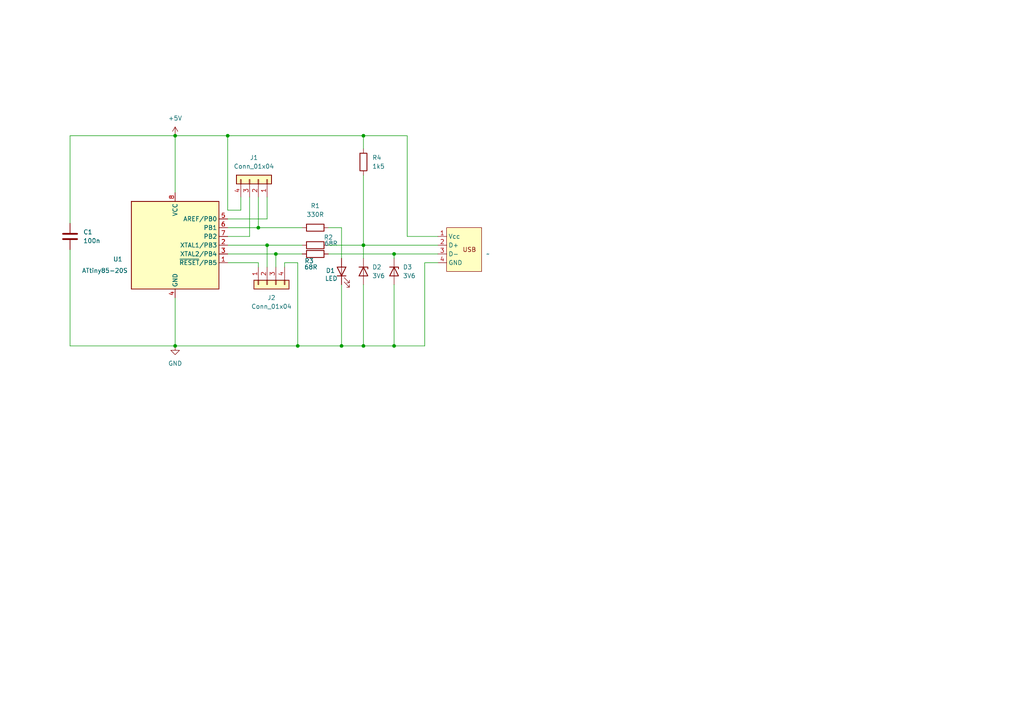
<source format=kicad_sch>
(kicad_sch
	(version 20231120)
	(generator "eeschema")
	(generator_version "8.0")
	(uuid "3d14bc42-825a-45cf-82a7-4f42eb39c364")
	(paper "A4")
	(lib_symbols
		(symbol "Connector_Generic:Conn_01x04"
			(pin_names
				(offset 1.016) hide)
			(exclude_from_sim no)
			(in_bom yes)
			(on_board yes)
			(property "Reference" "J"
				(at 0 5.08 0)
				(effects
					(font
						(size 1.27 1.27)
					)
				)
			)
			(property "Value" "Conn_01x04"
				(at 0 -7.62 0)
				(effects
					(font
						(size 1.27 1.27)
					)
				)
			)
			(property "Footprint" ""
				(at 0 0 0)
				(effects
					(font
						(size 1.27 1.27)
					)
					(hide yes)
				)
			)
			(property "Datasheet" "~"
				(at 0 0 0)
				(effects
					(font
						(size 1.27 1.27)
					)
					(hide yes)
				)
			)
			(property "Description" "Generic connector, single row, 01x04, script generated (kicad-library-utils/schlib/autogen/connector/)"
				(at 0 0 0)
				(effects
					(font
						(size 1.27 1.27)
					)
					(hide yes)
				)
			)
			(property "ki_keywords" "connector"
				(at 0 0 0)
				(effects
					(font
						(size 1.27 1.27)
					)
					(hide yes)
				)
			)
			(property "ki_fp_filters" "Connector*:*_1x??_*"
				(at 0 0 0)
				(effects
					(font
						(size 1.27 1.27)
					)
					(hide yes)
				)
			)
			(symbol "Conn_01x04_1_1"
				(rectangle
					(start -1.27 -4.953)
					(end 0 -5.207)
					(stroke
						(width 0.1524)
						(type default)
					)
					(fill
						(type none)
					)
				)
				(rectangle
					(start -1.27 -2.413)
					(end 0 -2.667)
					(stroke
						(width 0.1524)
						(type default)
					)
					(fill
						(type none)
					)
				)
				(rectangle
					(start -1.27 0.127)
					(end 0 -0.127)
					(stroke
						(width 0.1524)
						(type default)
					)
					(fill
						(type none)
					)
				)
				(rectangle
					(start -1.27 2.667)
					(end 0 2.413)
					(stroke
						(width 0.1524)
						(type default)
					)
					(fill
						(type none)
					)
				)
				(rectangle
					(start -1.27 3.81)
					(end 1.27 -6.35)
					(stroke
						(width 0.254)
						(type default)
					)
					(fill
						(type background)
					)
				)
				(pin passive line
					(at -5.08 2.54 0)
					(length 3.81)
					(name "Pin_1"
						(effects
							(font
								(size 1.27 1.27)
							)
						)
					)
					(number "1"
						(effects
							(font
								(size 1.27 1.27)
							)
						)
					)
				)
				(pin passive line
					(at -5.08 0 0)
					(length 3.81)
					(name "Pin_2"
						(effects
							(font
								(size 1.27 1.27)
							)
						)
					)
					(number "2"
						(effects
							(font
								(size 1.27 1.27)
							)
						)
					)
				)
				(pin passive line
					(at -5.08 -2.54 0)
					(length 3.81)
					(name "Pin_3"
						(effects
							(font
								(size 1.27 1.27)
							)
						)
					)
					(number "3"
						(effects
							(font
								(size 1.27 1.27)
							)
						)
					)
				)
				(pin passive line
					(at -5.08 -5.08 0)
					(length 3.81)
					(name "Pin_4"
						(effects
							(font
								(size 1.27 1.27)
							)
						)
					)
					(number "4"
						(effects
							(font
								(size 1.27 1.27)
							)
						)
					)
				)
			)
		)
		(symbol "Device:C"
			(pin_numbers hide)
			(pin_names
				(offset 0.254)
			)
			(exclude_from_sim no)
			(in_bom yes)
			(on_board yes)
			(property "Reference" "C"
				(at 0.635 2.54 0)
				(effects
					(font
						(size 1.27 1.27)
					)
					(justify left)
				)
			)
			(property "Value" "C"
				(at 0.635 -2.54 0)
				(effects
					(font
						(size 1.27 1.27)
					)
					(justify left)
				)
			)
			(property "Footprint" ""
				(at 0.9652 -3.81 0)
				(effects
					(font
						(size 1.27 1.27)
					)
					(hide yes)
				)
			)
			(property "Datasheet" "~"
				(at 0 0 0)
				(effects
					(font
						(size 1.27 1.27)
					)
					(hide yes)
				)
			)
			(property "Description" "Unpolarized capacitor"
				(at 0 0 0)
				(effects
					(font
						(size 1.27 1.27)
					)
					(hide yes)
				)
			)
			(property "ki_keywords" "cap capacitor"
				(at 0 0 0)
				(effects
					(font
						(size 1.27 1.27)
					)
					(hide yes)
				)
			)
			(property "ki_fp_filters" "C_*"
				(at 0 0 0)
				(effects
					(font
						(size 1.27 1.27)
					)
					(hide yes)
				)
			)
			(symbol "C_0_1"
				(polyline
					(pts
						(xy -2.032 -0.762) (xy 2.032 -0.762)
					)
					(stroke
						(width 0.508)
						(type default)
					)
					(fill
						(type none)
					)
				)
				(polyline
					(pts
						(xy -2.032 0.762) (xy 2.032 0.762)
					)
					(stroke
						(width 0.508)
						(type default)
					)
					(fill
						(type none)
					)
				)
			)
			(symbol "C_1_1"
				(pin passive line
					(at 0 3.81 270)
					(length 2.794)
					(name "~"
						(effects
							(font
								(size 1.27 1.27)
							)
						)
					)
					(number "1"
						(effects
							(font
								(size 1.27 1.27)
							)
						)
					)
				)
				(pin passive line
					(at 0 -3.81 90)
					(length 2.794)
					(name "~"
						(effects
							(font
								(size 1.27 1.27)
							)
						)
					)
					(number "2"
						(effects
							(font
								(size 1.27 1.27)
							)
						)
					)
				)
			)
		)
		(symbol "Device:D_Zener"
			(pin_numbers hide)
			(pin_names
				(offset 1.016) hide)
			(exclude_from_sim no)
			(in_bom yes)
			(on_board yes)
			(property "Reference" "D"
				(at 0 2.54 0)
				(effects
					(font
						(size 1.27 1.27)
					)
				)
			)
			(property "Value" "D_Zener"
				(at 0 -2.54 0)
				(effects
					(font
						(size 1.27 1.27)
					)
				)
			)
			(property "Footprint" ""
				(at 0 0 0)
				(effects
					(font
						(size 1.27 1.27)
					)
					(hide yes)
				)
			)
			(property "Datasheet" "~"
				(at 0 0 0)
				(effects
					(font
						(size 1.27 1.27)
					)
					(hide yes)
				)
			)
			(property "Description" "Zener diode"
				(at 0 0 0)
				(effects
					(font
						(size 1.27 1.27)
					)
					(hide yes)
				)
			)
			(property "ki_keywords" "diode"
				(at 0 0 0)
				(effects
					(font
						(size 1.27 1.27)
					)
					(hide yes)
				)
			)
			(property "ki_fp_filters" "TO-???* *_Diode_* *SingleDiode* D_*"
				(at 0 0 0)
				(effects
					(font
						(size 1.27 1.27)
					)
					(hide yes)
				)
			)
			(symbol "D_Zener_0_1"
				(polyline
					(pts
						(xy 1.27 0) (xy -1.27 0)
					)
					(stroke
						(width 0)
						(type default)
					)
					(fill
						(type none)
					)
				)
				(polyline
					(pts
						(xy -1.27 -1.27) (xy -1.27 1.27) (xy -0.762 1.27)
					)
					(stroke
						(width 0.254)
						(type default)
					)
					(fill
						(type none)
					)
				)
				(polyline
					(pts
						(xy 1.27 -1.27) (xy 1.27 1.27) (xy -1.27 0) (xy 1.27 -1.27)
					)
					(stroke
						(width 0.254)
						(type default)
					)
					(fill
						(type none)
					)
				)
			)
			(symbol "D_Zener_1_1"
				(pin passive line
					(at -3.81 0 0)
					(length 2.54)
					(name "K"
						(effects
							(font
								(size 1.27 1.27)
							)
						)
					)
					(number "1"
						(effects
							(font
								(size 1.27 1.27)
							)
						)
					)
				)
				(pin passive line
					(at 3.81 0 180)
					(length 2.54)
					(name "A"
						(effects
							(font
								(size 1.27 1.27)
							)
						)
					)
					(number "2"
						(effects
							(font
								(size 1.27 1.27)
							)
						)
					)
				)
			)
		)
		(symbol "Device:LED"
			(pin_numbers hide)
			(pin_names
				(offset 1.016) hide)
			(exclude_from_sim no)
			(in_bom yes)
			(on_board yes)
			(property "Reference" "D"
				(at 0 2.54 0)
				(effects
					(font
						(size 1.27 1.27)
					)
				)
			)
			(property "Value" "LED"
				(at 0 -2.54 0)
				(effects
					(font
						(size 1.27 1.27)
					)
				)
			)
			(property "Footprint" ""
				(at 0 0 0)
				(effects
					(font
						(size 1.27 1.27)
					)
					(hide yes)
				)
			)
			(property "Datasheet" "~"
				(at 0 0 0)
				(effects
					(font
						(size 1.27 1.27)
					)
					(hide yes)
				)
			)
			(property "Description" "Light emitting diode"
				(at 0 0 0)
				(effects
					(font
						(size 1.27 1.27)
					)
					(hide yes)
				)
			)
			(property "ki_keywords" "LED diode"
				(at 0 0 0)
				(effects
					(font
						(size 1.27 1.27)
					)
					(hide yes)
				)
			)
			(property "ki_fp_filters" "LED* LED_SMD:* LED_THT:*"
				(at 0 0 0)
				(effects
					(font
						(size 1.27 1.27)
					)
					(hide yes)
				)
			)
			(symbol "LED_0_1"
				(polyline
					(pts
						(xy -1.27 -1.27) (xy -1.27 1.27)
					)
					(stroke
						(width 0.254)
						(type default)
					)
					(fill
						(type none)
					)
				)
				(polyline
					(pts
						(xy -1.27 0) (xy 1.27 0)
					)
					(stroke
						(width 0)
						(type default)
					)
					(fill
						(type none)
					)
				)
				(polyline
					(pts
						(xy 1.27 -1.27) (xy 1.27 1.27) (xy -1.27 0) (xy 1.27 -1.27)
					)
					(stroke
						(width 0.254)
						(type default)
					)
					(fill
						(type none)
					)
				)
				(polyline
					(pts
						(xy -3.048 -0.762) (xy -4.572 -2.286) (xy -3.81 -2.286) (xy -4.572 -2.286) (xy -4.572 -1.524)
					)
					(stroke
						(width 0)
						(type default)
					)
					(fill
						(type none)
					)
				)
				(polyline
					(pts
						(xy -1.778 -0.762) (xy -3.302 -2.286) (xy -2.54 -2.286) (xy -3.302 -2.286) (xy -3.302 -1.524)
					)
					(stroke
						(width 0)
						(type default)
					)
					(fill
						(type none)
					)
				)
			)
			(symbol "LED_1_1"
				(pin passive line
					(at -3.81 0 0)
					(length 2.54)
					(name "K"
						(effects
							(font
								(size 1.27 1.27)
							)
						)
					)
					(number "1"
						(effects
							(font
								(size 1.27 1.27)
							)
						)
					)
				)
				(pin passive line
					(at 3.81 0 180)
					(length 2.54)
					(name "A"
						(effects
							(font
								(size 1.27 1.27)
							)
						)
					)
					(number "2"
						(effects
							(font
								(size 1.27 1.27)
							)
						)
					)
				)
			)
		)
		(symbol "Device:R"
			(pin_numbers hide)
			(pin_names
				(offset 0)
			)
			(exclude_from_sim no)
			(in_bom yes)
			(on_board yes)
			(property "Reference" "R"
				(at 2.032 0 90)
				(effects
					(font
						(size 1.27 1.27)
					)
				)
			)
			(property "Value" "R"
				(at 0 0 90)
				(effects
					(font
						(size 1.27 1.27)
					)
				)
			)
			(property "Footprint" ""
				(at -1.778 0 90)
				(effects
					(font
						(size 1.27 1.27)
					)
					(hide yes)
				)
			)
			(property "Datasheet" "~"
				(at 0 0 0)
				(effects
					(font
						(size 1.27 1.27)
					)
					(hide yes)
				)
			)
			(property "Description" "Resistor"
				(at 0 0 0)
				(effects
					(font
						(size 1.27 1.27)
					)
					(hide yes)
				)
			)
			(property "ki_keywords" "R res resistor"
				(at 0 0 0)
				(effects
					(font
						(size 1.27 1.27)
					)
					(hide yes)
				)
			)
			(property "ki_fp_filters" "R_*"
				(at 0 0 0)
				(effects
					(font
						(size 1.27 1.27)
					)
					(hide yes)
				)
			)
			(symbol "R_0_1"
				(rectangle
					(start -1.016 -2.54)
					(end 1.016 2.54)
					(stroke
						(width 0.254)
						(type default)
					)
					(fill
						(type none)
					)
				)
			)
			(symbol "R_1_1"
				(pin passive line
					(at 0 3.81 270)
					(length 1.27)
					(name "~"
						(effects
							(font
								(size 1.27 1.27)
							)
						)
					)
					(number "1"
						(effects
							(font
								(size 1.27 1.27)
							)
						)
					)
				)
				(pin passive line
					(at 0 -3.81 90)
					(length 1.27)
					(name "~"
						(effects
							(font
								(size 1.27 1.27)
							)
						)
					)
					(number "2"
						(effects
							(font
								(size 1.27 1.27)
							)
						)
					)
				)
			)
		)
		(symbol "MCU_Microchip_ATtiny:ATtiny85-20S"
			(exclude_from_sim no)
			(in_bom yes)
			(on_board yes)
			(property "Reference" "U"
				(at -12.7 13.97 0)
				(effects
					(font
						(size 1.27 1.27)
					)
					(justify left bottom)
				)
			)
			(property "Value" "ATtiny85-20S"
				(at 2.54 -13.97 0)
				(effects
					(font
						(size 1.27 1.27)
					)
					(justify left top)
				)
			)
			(property "Footprint" "Package_SO:SOIC-8W_5.3x5.3mm_P1.27mm"
				(at 0 0 0)
				(effects
					(font
						(size 1.27 1.27)
						(italic yes)
					)
					(hide yes)
				)
			)
			(property "Datasheet" "http://ww1.microchip.com/downloads/en/DeviceDoc/atmel-2586-avr-8-bit-microcontroller-attiny25-attiny45-attiny85_datasheet.pdf"
				(at 0 0 0)
				(effects
					(font
						(size 1.27 1.27)
					)
					(hide yes)
				)
			)
			(property "Description" "20MHz, 8kB Flash, 512B SRAM, 512B EEPROM, debugWIRE, SOIC-8W"
				(at 0 0 0)
				(effects
					(font
						(size 1.27 1.27)
					)
					(hide yes)
				)
			)
			(property "ki_keywords" "AVR 8bit Microcontroller tinyAVR"
				(at 0 0 0)
				(effects
					(font
						(size 1.27 1.27)
					)
					(hide yes)
				)
			)
			(property "ki_fp_filters" "SOIC*5.3x5.3mm*P1.27mm*"
				(at 0 0 0)
				(effects
					(font
						(size 1.27 1.27)
					)
					(hide yes)
				)
			)
			(symbol "ATtiny85-20S_0_1"
				(rectangle
					(start -12.7 -12.7)
					(end 12.7 12.7)
					(stroke
						(width 0.254)
						(type default)
					)
					(fill
						(type background)
					)
				)
			)
			(symbol "ATtiny85-20S_1_1"
				(pin bidirectional line
					(at 15.24 -5.08 180)
					(length 2.54)
					(name "~{RESET}/PB5"
						(effects
							(font
								(size 1.27 1.27)
							)
						)
					)
					(number "1"
						(effects
							(font
								(size 1.27 1.27)
							)
						)
					)
				)
				(pin bidirectional line
					(at 15.24 0 180)
					(length 2.54)
					(name "XTAL1/PB3"
						(effects
							(font
								(size 1.27 1.27)
							)
						)
					)
					(number "2"
						(effects
							(font
								(size 1.27 1.27)
							)
						)
					)
				)
				(pin bidirectional line
					(at 15.24 -2.54 180)
					(length 2.54)
					(name "XTAL2/PB4"
						(effects
							(font
								(size 1.27 1.27)
							)
						)
					)
					(number "3"
						(effects
							(font
								(size 1.27 1.27)
							)
						)
					)
				)
				(pin power_in line
					(at 0 -15.24 90)
					(length 2.54)
					(name "GND"
						(effects
							(font
								(size 1.27 1.27)
							)
						)
					)
					(number "4"
						(effects
							(font
								(size 1.27 1.27)
							)
						)
					)
				)
				(pin bidirectional line
					(at 15.24 7.62 180)
					(length 2.54)
					(name "AREF/PB0"
						(effects
							(font
								(size 1.27 1.27)
							)
						)
					)
					(number "5"
						(effects
							(font
								(size 1.27 1.27)
							)
						)
					)
				)
				(pin bidirectional line
					(at 15.24 5.08 180)
					(length 2.54)
					(name "PB1"
						(effects
							(font
								(size 1.27 1.27)
							)
						)
					)
					(number "6"
						(effects
							(font
								(size 1.27 1.27)
							)
						)
					)
				)
				(pin bidirectional line
					(at 15.24 2.54 180)
					(length 2.54)
					(name "PB2"
						(effects
							(font
								(size 1.27 1.27)
							)
						)
					)
					(number "7"
						(effects
							(font
								(size 1.27 1.27)
							)
						)
					)
				)
				(pin power_in line
					(at 0 15.24 270)
					(length 2.54)
					(name "VCC"
						(effects
							(font
								(size 1.27 1.27)
							)
						)
					)
					(number "8"
						(effects
							(font
								(size 1.27 1.27)
							)
						)
					)
				)
			)
		)
		(symbol "New_Library_attiny:PCB_USB_connector"
			(exclude_from_sim no)
			(in_bom yes)
			(on_board yes)
			(property "Reference" "U"
				(at 0 0 0)
				(effects
					(font
						(size 1.27 1.27)
					)
				)
			)
			(property "Value" ""
				(at 0 0 0)
				(effects
					(font
						(size 1.27 1.27)
					)
				)
			)
			(property "Footprint" ""
				(at 0 0 0)
				(effects
					(font
						(size 1.27 1.27)
					)
					(hide yes)
				)
			)
			(property "Datasheet" ""
				(at 0 0 0)
				(effects
					(font
						(size 1.27 1.27)
					)
					(hide yes)
				)
			)
			(property "Description" ""
				(at 0 0 0)
				(effects
					(font
						(size 1.27 1.27)
					)
					(hide yes)
				)
			)
			(symbol "PCB_USB_connector_1_1"
				(rectangle
					(start 2.54 6.35)
					(end 12.7 -6.35)
					(stroke
						(width 0)
						(type default)
					)
					(fill
						(type background)
					)
				)
				(text "USB"
					(at 9.144 0 0)
					(effects
						(font
							(size 1.27 1.27)
						)
					)
				)
				(pin power_in line
					(at 0 3.81 0)
					(length 2.54)
					(name "Vcc"
						(effects
							(font
								(size 1.27 1.27)
							)
						)
					)
					(number "1"
						(effects
							(font
								(size 1.27 1.27)
							)
						)
					)
				)
				(pin bidirectional line
					(at 0 1.27 0)
					(length 2.54)
					(name "D+"
						(effects
							(font
								(size 1.27 1.27)
							)
						)
					)
					(number "2"
						(effects
							(font
								(size 1.27 1.27)
							)
						)
					)
				)
				(pin bidirectional line
					(at 0 -1.27 0)
					(length 2.54)
					(name "D-"
						(effects
							(font
								(size 1.27 1.27)
							)
						)
					)
					(number "3"
						(effects
							(font
								(size 1.27 1.27)
							)
						)
					)
				)
				(pin power_in line
					(at 0 -3.81 0)
					(length 2.54)
					(name "GND"
						(effects
							(font
								(size 1.27 1.27)
							)
						)
					)
					(number "4"
						(effects
							(font
								(size 1.27 1.27)
							)
						)
					)
				)
			)
		)
		(symbol "power:+5V"
			(power)
			(pin_numbers hide)
			(pin_names
				(offset 0) hide)
			(exclude_from_sim no)
			(in_bom yes)
			(on_board yes)
			(property "Reference" "#PWR"
				(at 0 -3.81 0)
				(effects
					(font
						(size 1.27 1.27)
					)
					(hide yes)
				)
			)
			(property "Value" "+5V"
				(at 0 3.556 0)
				(effects
					(font
						(size 1.27 1.27)
					)
				)
			)
			(property "Footprint" ""
				(at 0 0 0)
				(effects
					(font
						(size 1.27 1.27)
					)
					(hide yes)
				)
			)
			(property "Datasheet" ""
				(at 0 0 0)
				(effects
					(font
						(size 1.27 1.27)
					)
					(hide yes)
				)
			)
			(property "Description" "Power symbol creates a global label with name \"+5V\""
				(at 0 0 0)
				(effects
					(font
						(size 1.27 1.27)
					)
					(hide yes)
				)
			)
			(property "ki_keywords" "global power"
				(at 0 0 0)
				(effects
					(font
						(size 1.27 1.27)
					)
					(hide yes)
				)
			)
			(symbol "+5V_0_1"
				(polyline
					(pts
						(xy -0.762 1.27) (xy 0 2.54)
					)
					(stroke
						(width 0)
						(type default)
					)
					(fill
						(type none)
					)
				)
				(polyline
					(pts
						(xy 0 0) (xy 0 2.54)
					)
					(stroke
						(width 0)
						(type default)
					)
					(fill
						(type none)
					)
				)
				(polyline
					(pts
						(xy 0 2.54) (xy 0.762 1.27)
					)
					(stroke
						(width 0)
						(type default)
					)
					(fill
						(type none)
					)
				)
			)
			(symbol "+5V_1_1"
				(pin power_in line
					(at 0 0 90)
					(length 0)
					(name "~"
						(effects
							(font
								(size 1.27 1.27)
							)
						)
					)
					(number "1"
						(effects
							(font
								(size 1.27 1.27)
							)
						)
					)
				)
			)
		)
		(symbol "power:GND"
			(power)
			(pin_numbers hide)
			(pin_names
				(offset 0) hide)
			(exclude_from_sim no)
			(in_bom yes)
			(on_board yes)
			(property "Reference" "#PWR"
				(at 0 -6.35 0)
				(effects
					(font
						(size 1.27 1.27)
					)
					(hide yes)
				)
			)
			(property "Value" "GND"
				(at 0 -3.81 0)
				(effects
					(font
						(size 1.27 1.27)
					)
				)
			)
			(property "Footprint" ""
				(at 0 0 0)
				(effects
					(font
						(size 1.27 1.27)
					)
					(hide yes)
				)
			)
			(property "Datasheet" ""
				(at 0 0 0)
				(effects
					(font
						(size 1.27 1.27)
					)
					(hide yes)
				)
			)
			(property "Description" "Power symbol creates a global label with name \"GND\" , ground"
				(at 0 0 0)
				(effects
					(font
						(size 1.27 1.27)
					)
					(hide yes)
				)
			)
			(property "ki_keywords" "global power"
				(at 0 0 0)
				(effects
					(font
						(size 1.27 1.27)
					)
					(hide yes)
				)
			)
			(symbol "GND_0_1"
				(polyline
					(pts
						(xy 0 0) (xy 0 -1.27) (xy 1.27 -1.27) (xy 0 -2.54) (xy -1.27 -1.27) (xy 0 -1.27)
					)
					(stroke
						(width 0)
						(type default)
					)
					(fill
						(type none)
					)
				)
			)
			(symbol "GND_1_1"
				(pin power_in line
					(at 0 0 270)
					(length 0)
					(name "~"
						(effects
							(font
								(size 1.27 1.27)
							)
						)
					)
					(number "1"
						(effects
							(font
								(size 1.27 1.27)
							)
						)
					)
				)
			)
		)
	)
	(junction
		(at 105.41 100.33)
		(diameter 0)
		(color 0 0 0 0)
		(uuid "03d03057-3469-4cb0-a67a-76a8b14d8c78")
	)
	(junction
		(at 105.41 71.12)
		(diameter 0)
		(color 0 0 0 0)
		(uuid "1e309267-6ca7-4b0e-be40-1a99e4add659")
	)
	(junction
		(at 114.3 100.33)
		(diameter 0)
		(color 0 0 0 0)
		(uuid "24e88731-da8b-4af3-83df-2231ee444b4c")
	)
	(junction
		(at 74.93 66.04)
		(diameter 0)
		(color 0 0 0 0)
		(uuid "42faa7a5-f016-4e4a-b3f2-dd0897651d59")
	)
	(junction
		(at 77.47 71.12)
		(diameter 0)
		(color 0 0 0 0)
		(uuid "44283d22-e1f7-4025-8010-fc8ceac29a28")
	)
	(junction
		(at 114.3 73.66)
		(diameter 0)
		(color 0 0 0 0)
		(uuid "4a2387cb-8e46-4d71-aee7-3e5aec0c0b4d")
	)
	(junction
		(at 50.8 39.37)
		(diameter 0)
		(color 0 0 0 0)
		(uuid "4db9a8d1-a89c-4a95-8c81-e060d62b77f0")
	)
	(junction
		(at 105.41 39.37)
		(diameter 0)
		(color 0 0 0 0)
		(uuid "4e9abe2b-5606-428d-9483-a51decc5790f")
	)
	(junction
		(at 80.01 73.66)
		(diameter 0)
		(color 0 0 0 0)
		(uuid "5a6b27b4-549c-43d8-b30b-60fd52b03339")
	)
	(junction
		(at 66.04 39.37)
		(diameter 0)
		(color 0 0 0 0)
		(uuid "a3acf59e-27bc-40aa-882c-4a705c791a19")
	)
	(junction
		(at 50.8 100.33)
		(diameter 0)
		(color 0 0 0 0)
		(uuid "d0dadd2f-df11-416c-a9f8-926935f745fe")
	)
	(junction
		(at 99.06 100.33)
		(diameter 0)
		(color 0 0 0 0)
		(uuid "d4fb1126-f072-4e35-991e-79481757245f")
	)
	(junction
		(at 86.36 100.33)
		(diameter 0)
		(color 0 0 0 0)
		(uuid "fc116e02-b739-426a-8a88-368085c9abaa")
	)
	(wire
		(pts
			(xy 82.55 76.2) (xy 86.36 76.2)
		)
		(stroke
			(width 0)
			(type default)
		)
		(uuid "01bcc852-b5e3-4e3a-95a5-2b1ddbebac1d")
	)
	(wire
		(pts
			(xy 105.41 50.8) (xy 105.41 71.12)
		)
		(stroke
			(width 0)
			(type default)
		)
		(uuid "023b83de-d6cb-4155-8ad3-b15c3d129781")
	)
	(wire
		(pts
			(xy 50.8 100.33) (xy 86.36 100.33)
		)
		(stroke
			(width 0)
			(type default)
		)
		(uuid "032e3e0f-0792-4bec-bf17-46d97351555a")
	)
	(wire
		(pts
			(xy 66.04 60.96) (xy 66.04 39.37)
		)
		(stroke
			(width 0)
			(type default)
		)
		(uuid "03c87e93-f9e9-4930-be26-6bb7f3f66e8b")
	)
	(wire
		(pts
			(xy 80.01 73.66) (xy 80.01 77.47)
		)
		(stroke
			(width 0)
			(type default)
		)
		(uuid "0f83c73b-9ea0-4eb2-8554-ac655662a152")
	)
	(wire
		(pts
			(xy 77.47 71.12) (xy 77.47 77.47)
		)
		(stroke
			(width 0)
			(type default)
		)
		(uuid "10c04719-deac-4ad8-8b52-1fc4a5e8d547")
	)
	(wire
		(pts
			(xy 105.41 71.12) (xy 105.41 74.93)
		)
		(stroke
			(width 0)
			(type default)
		)
		(uuid "1653a583-c101-45e1-8f31-e83496da2aa4")
	)
	(wire
		(pts
			(xy 66.04 63.5) (xy 77.47 63.5)
		)
		(stroke
			(width 0)
			(type default)
		)
		(uuid "17a94ff2-1316-4afc-af33-bbf0b9bb6206")
	)
	(wire
		(pts
			(xy 105.41 82.55) (xy 105.41 100.33)
		)
		(stroke
			(width 0)
			(type default)
		)
		(uuid "191d33d6-2fed-4d46-b048-374524147f84")
	)
	(wire
		(pts
			(xy 95.25 66.04) (xy 99.06 66.04)
		)
		(stroke
			(width 0)
			(type default)
		)
		(uuid "1982bd5e-2df5-4beb-bbda-696194ba66bd")
	)
	(wire
		(pts
			(xy 77.47 71.12) (xy 87.63 71.12)
		)
		(stroke
			(width 0)
			(type default)
		)
		(uuid "22faa5e8-ad69-44f5-9603-be220fe01ac8")
	)
	(wire
		(pts
			(xy 95.25 71.12) (xy 105.41 71.12)
		)
		(stroke
			(width 0)
			(type default)
		)
		(uuid "25a22422-73ab-4993-807c-f0cb033194c0")
	)
	(wire
		(pts
			(xy 114.3 73.66) (xy 127 73.66)
		)
		(stroke
			(width 0)
			(type default)
		)
		(uuid "2d9cbf98-858f-4bfa-b46a-463723c8a485")
	)
	(wire
		(pts
			(xy 20.32 72.39) (xy 20.32 100.33)
		)
		(stroke
			(width 0)
			(type default)
		)
		(uuid "33389fa5-e4ca-4a96-8424-f72f3f555004")
	)
	(wire
		(pts
			(xy 50.8 39.37) (xy 66.04 39.37)
		)
		(stroke
			(width 0)
			(type default)
		)
		(uuid "357d66e6-cc82-46d3-b66b-5f77babfa37b")
	)
	(wire
		(pts
			(xy 95.25 73.66) (xy 114.3 73.66)
		)
		(stroke
			(width 0)
			(type default)
		)
		(uuid "38e387e5-1102-4eb9-9e04-4d4542a5724a")
	)
	(wire
		(pts
			(xy 66.04 39.37) (xy 105.41 39.37)
		)
		(stroke
			(width 0)
			(type default)
		)
		(uuid "39e0dcc2-a3d4-4ec7-87b2-ca2ff77b6a93")
	)
	(wire
		(pts
			(xy 114.3 100.33) (xy 114.3 82.55)
		)
		(stroke
			(width 0)
			(type default)
		)
		(uuid "52b8829d-b21d-45e2-9d7a-6bf243416519")
	)
	(wire
		(pts
			(xy 20.32 100.33) (xy 50.8 100.33)
		)
		(stroke
			(width 0)
			(type default)
		)
		(uuid "5393cb7b-8b13-4e0e-bfd0-2c717bf17837")
	)
	(wire
		(pts
			(xy 50.8 39.37) (xy 50.8 55.88)
		)
		(stroke
			(width 0)
			(type default)
		)
		(uuid "591c1aa0-0fc5-469e-b4d4-a0ccbc76772e")
	)
	(wire
		(pts
			(xy 82.55 77.47) (xy 82.55 76.2)
		)
		(stroke
			(width 0)
			(type default)
		)
		(uuid "65ab4985-f8cc-42ff-b2a5-c5683e10db6f")
	)
	(wire
		(pts
			(xy 74.93 76.2) (xy 74.93 77.47)
		)
		(stroke
			(width 0)
			(type default)
		)
		(uuid "6fae6272-ff79-463d-a3e8-b5a5bbece44c")
	)
	(wire
		(pts
			(xy 66.04 71.12) (xy 77.47 71.12)
		)
		(stroke
			(width 0)
			(type default)
		)
		(uuid "7c1870e0-9ba3-4f1c-b0ae-eb54a14025c9")
	)
	(wire
		(pts
			(xy 99.06 82.55) (xy 99.06 100.33)
		)
		(stroke
			(width 0)
			(type default)
		)
		(uuid "7dc078c5-6ca3-45a2-b979-a164457d27ff")
	)
	(wire
		(pts
			(xy 105.41 71.12) (xy 127 71.12)
		)
		(stroke
			(width 0)
			(type default)
		)
		(uuid "85d033c9-e15e-463f-b315-3d4633a10cc1")
	)
	(wire
		(pts
			(xy 99.06 66.04) (xy 99.06 74.93)
		)
		(stroke
			(width 0)
			(type default)
		)
		(uuid "89279ae2-2761-4a64-9553-4e1461538a4f")
	)
	(wire
		(pts
			(xy 123.19 76.2) (xy 123.19 100.33)
		)
		(stroke
			(width 0)
			(type default)
		)
		(uuid "908a692c-3196-4d8e-88ea-3e22cd6c49c1")
	)
	(wire
		(pts
			(xy 66.04 73.66) (xy 80.01 73.66)
		)
		(stroke
			(width 0)
			(type default)
		)
		(uuid "951568b5-51f4-4b98-a8e0-4258e80f3c75")
	)
	(wire
		(pts
			(xy 20.32 64.77) (xy 20.32 39.37)
		)
		(stroke
			(width 0)
			(type default)
		)
		(uuid "a4a3ebf3-1b85-4dfe-9b98-3284ed66a836")
	)
	(wire
		(pts
			(xy 72.39 68.58) (xy 66.04 68.58)
		)
		(stroke
			(width 0)
			(type default)
		)
		(uuid "ad84b5e4-8bf5-4b4b-8982-15d09ebbb7bd")
	)
	(wire
		(pts
			(xy 118.11 68.58) (xy 118.11 39.37)
		)
		(stroke
			(width 0)
			(type default)
		)
		(uuid "b5b60c6c-d269-48df-b152-979bfeeba1b7")
	)
	(wire
		(pts
			(xy 74.93 66.04) (xy 87.63 66.04)
		)
		(stroke
			(width 0)
			(type default)
		)
		(uuid "bd90a563-0368-4f6e-89de-6ea810563e84")
	)
	(wire
		(pts
			(xy 118.11 39.37) (xy 105.41 39.37)
		)
		(stroke
			(width 0)
			(type default)
		)
		(uuid "c7898b09-e46e-4c59-a7e4-b5d83e005d11")
	)
	(wire
		(pts
			(xy 99.06 100.33) (xy 105.41 100.33)
		)
		(stroke
			(width 0)
			(type default)
		)
		(uuid "ca2b24c7-ac68-4351-9165-57838ae19e13")
	)
	(wire
		(pts
			(xy 86.36 100.33) (xy 99.06 100.33)
		)
		(stroke
			(width 0)
			(type default)
		)
		(uuid "d4715020-4df5-4b48-b34b-97fd17f95e45")
	)
	(wire
		(pts
			(xy 105.41 100.33) (xy 114.3 100.33)
		)
		(stroke
			(width 0)
			(type default)
		)
		(uuid "d57acf8a-ae58-4f95-9e10-1916106eda1a")
	)
	(wire
		(pts
			(xy 77.47 63.5) (xy 77.47 57.15)
		)
		(stroke
			(width 0)
			(type default)
		)
		(uuid "d6a8d6ce-c2b2-4793-9b88-ecfbfd740f37")
	)
	(wire
		(pts
			(xy 86.36 76.2) (xy 86.36 100.33)
		)
		(stroke
			(width 0)
			(type default)
		)
		(uuid "d7264c21-c540-4b5f-9db2-2638cb983dc0")
	)
	(wire
		(pts
			(xy 127 68.58) (xy 118.11 68.58)
		)
		(stroke
			(width 0)
			(type default)
		)
		(uuid "d94422ed-1ebe-4707-92c9-4d51520bc02b")
	)
	(wire
		(pts
			(xy 69.85 60.96) (xy 66.04 60.96)
		)
		(stroke
			(width 0)
			(type default)
		)
		(uuid "dc8f3b5b-45ea-43f2-a4a6-171bcf032304")
	)
	(wire
		(pts
			(xy 66.04 66.04) (xy 74.93 66.04)
		)
		(stroke
			(width 0)
			(type default)
		)
		(uuid "e23d6c9e-a126-4275-b2c1-f776917742e0")
	)
	(wire
		(pts
			(xy 80.01 73.66) (xy 87.63 73.66)
		)
		(stroke
			(width 0)
			(type default)
		)
		(uuid "e639c650-8979-440b-8fc1-177987285cdb")
	)
	(wire
		(pts
			(xy 105.41 39.37) (xy 105.41 43.18)
		)
		(stroke
			(width 0)
			(type default)
		)
		(uuid "e646f8d7-e036-4573-b0c9-37d4b00b3d18")
	)
	(wire
		(pts
			(xy 123.19 100.33) (xy 114.3 100.33)
		)
		(stroke
			(width 0)
			(type default)
		)
		(uuid "e686924c-265d-41c6-b3b0-6405a4ef2c1b")
	)
	(wire
		(pts
			(xy 114.3 73.66) (xy 114.3 74.93)
		)
		(stroke
			(width 0)
			(type default)
		)
		(uuid "e714cf89-83a0-4a96-b64f-41281c66aba4")
	)
	(wire
		(pts
			(xy 74.93 57.15) (xy 74.93 66.04)
		)
		(stroke
			(width 0)
			(type default)
		)
		(uuid "e7874923-3b05-4fb8-a90e-99f897f35ff4")
	)
	(wire
		(pts
			(xy 50.8 86.36) (xy 50.8 100.33)
		)
		(stroke
			(width 0)
			(type default)
		)
		(uuid "eb6b81fc-8c41-470f-bada-5793271be308")
	)
	(wire
		(pts
			(xy 20.32 39.37) (xy 50.8 39.37)
		)
		(stroke
			(width 0)
			(type default)
		)
		(uuid "f31a50ec-d3ad-4ef2-a35d-5124337b9586")
	)
	(wire
		(pts
			(xy 69.85 57.15) (xy 69.85 60.96)
		)
		(stroke
			(width 0)
			(type default)
		)
		(uuid "f467018c-0208-4dfd-af0b-2e48fe3c98a7")
	)
	(wire
		(pts
			(xy 127 76.2) (xy 123.19 76.2)
		)
		(stroke
			(width 0)
			(type default)
		)
		(uuid "fcf6c7d8-8cac-44c7-85e3-93557c26e32a")
	)
	(wire
		(pts
			(xy 72.39 57.15) (xy 72.39 68.58)
		)
		(stroke
			(width 0)
			(type default)
		)
		(uuid "fd53c97a-5471-4adf-8f55-26679b57d9ac")
	)
	(wire
		(pts
			(xy 66.04 76.2) (xy 74.93 76.2)
		)
		(stroke
			(width 0)
			(type default)
		)
		(uuid "ff50e163-1352-4c16-b25f-ca55de0d9a66")
	)
	(symbol
		(lib_id "power:GND")
		(at 50.8 100.33 0)
		(unit 1)
		(exclude_from_sim no)
		(in_bom yes)
		(on_board yes)
		(dnp no)
		(fields_autoplaced yes)
		(uuid "0a1eab49-4151-47d6-b61c-1a3f1ba3565a")
		(property "Reference" "#PWR0102"
			(at 50.8 106.68 0)
			(effects
				(font
					(size 1.27 1.27)
				)
				(hide yes)
			)
		)
		(property "Value" "GND"
			(at 50.8 105.41 0)
			(effects
				(font
					(size 1.27 1.27)
				)
			)
		)
		(property "Footprint" ""
			(at 50.8 100.33 0)
			(effects
				(font
					(size 1.27 1.27)
				)
				(hide yes)
			)
		)
		(property "Datasheet" ""
			(at 50.8 100.33 0)
			(effects
				(font
					(size 1.27 1.27)
				)
				(hide yes)
			)
		)
		(property "Description" "Power symbol creates a global label with name \"GND\" , ground"
			(at 50.8 100.33 0)
			(effects
				(font
					(size 1.27 1.27)
				)
				(hide yes)
			)
		)
		(pin "1"
			(uuid "e55d982e-585a-46f6-8288-0574e40ddc38")
		)
		(instances
			(project ""
				(path "/3d14bc42-825a-45cf-82a7-4f42eb39c364"
					(reference "#PWR0102")
					(unit 1)
				)
			)
		)
	)
	(symbol
		(lib_id "Device:R")
		(at 91.44 73.66 270)
		(unit 1)
		(exclude_from_sim no)
		(in_bom yes)
		(on_board yes)
		(dnp no)
		(uuid "185e4d11-a7ba-4b58-af48-82b5393d7719")
		(property "Reference" "R3"
			(at 89.662 75.692 90)
			(effects
				(font
					(size 1.27 1.27)
				)
			)
		)
		(property "Value" "68R"
			(at 90.17 77.47 90)
			(effects
				(font
					(size 1.27 1.27)
				)
			)
		)
		(property "Footprint" "Resistor_SMD:R_0805_2012Metric_Pad1.20x1.40mm_HandSolder"
			(at 91.44 71.882 90)
			(effects
				(font
					(size 1.27 1.27)
				)
				(hide yes)
			)
		)
		(property "Datasheet" "~"
			(at 91.44 73.66 0)
			(effects
				(font
					(size 1.27 1.27)
				)
				(hide yes)
			)
		)
		(property "Description" "Resistor"
			(at 91.44 73.66 0)
			(effects
				(font
					(size 1.27 1.27)
				)
				(hide yes)
			)
		)
		(pin "2"
			(uuid "16bd2432-750a-4704-a85f-4f634bbfc232")
		)
		(pin "1"
			(uuid "df9ecd69-1f55-4140-bc3d-640841d8196d")
		)
		(instances
			(project ""
				(path "/3d14bc42-825a-45cf-82a7-4f42eb39c364"
					(reference "R3")
					(unit 1)
				)
			)
		)
	)
	(symbol
		(lib_id "Device:D_Zener")
		(at 105.41 78.74 270)
		(unit 1)
		(exclude_from_sim no)
		(in_bom yes)
		(on_board yes)
		(dnp no)
		(fields_autoplaced yes)
		(uuid "24f7e941-d561-4b4b-a96a-eb64d79f3487")
		(property "Reference" "D2"
			(at 107.95 77.4699 90)
			(effects
				(font
					(size 1.27 1.27)
				)
				(justify left)
			)
		)
		(property "Value" "3V6"
			(at 107.95 80.0099 90)
			(effects
				(font
					(size 1.27 1.27)
				)
				(justify left)
			)
		)
		(property "Footprint" "Diode_SMD:D_SOD-123"
			(at 105.41 78.74 0)
			(effects
				(font
					(size 1.27 1.27)
				)
				(hide yes)
			)
		)
		(property "Datasheet" "~"
			(at 105.41 78.74 0)
			(effects
				(font
					(size 1.27 1.27)
				)
				(hide yes)
			)
		)
		(property "Description" "Zener diode"
			(at 105.41 78.74 0)
			(effects
				(font
					(size 1.27 1.27)
				)
				(hide yes)
			)
		)
		(pin "2"
			(uuid "f48bc8fb-4262-45fa-8b51-3b8582ee9b08")
		)
		(pin "1"
			(uuid "3184691b-3c70-4077-ac85-d07edf413039")
		)
		(instances
			(project ""
				(path "/3d14bc42-825a-45cf-82a7-4f42eb39c364"
					(reference "D2")
					(unit 1)
				)
			)
		)
	)
	(symbol
		(lib_id "Device:LED")
		(at 99.06 78.74 90)
		(unit 1)
		(exclude_from_sim no)
		(in_bom yes)
		(on_board yes)
		(dnp no)
		(uuid "344e0d25-1de8-4238-a562-447aaf79f37e")
		(property "Reference" "D1"
			(at 94.488 78.486 90)
			(effects
				(font
					(size 1.27 1.27)
				)
				(justify right)
			)
		)
		(property "Value" "LED"
			(at 94.234 80.772 90)
			(effects
				(font
					(size 1.27 1.27)
				)
				(justify right)
			)
		)
		(property "Footprint" "aTTINY_library footprint:PCB_USB_connector"
			(at 99.06 78.74 0)
			(effects
				(font
					(size 1.27 1.27)
				)
				(hide yes)
			)
		)
		(property "Datasheet" "~"
			(at 99.06 78.74 0)
			(effects
				(font
					(size 1.27 1.27)
				)
				(hide yes)
			)
		)
		(property "Description" "Light emitting diode"
			(at 99.06 78.74 0)
			(effects
				(font
					(size 1.27 1.27)
				)
				(hide yes)
			)
		)
		(pin "1"
			(uuid "032f3fc9-f698-4fae-8cf8-ac4a2bd32bd3")
		)
		(pin "2"
			(uuid "5bde1a9c-69db-4920-938b-8e33784f33dc")
		)
		(instances
			(project ""
				(path "/3d14bc42-825a-45cf-82a7-4f42eb39c364"
					(reference "D1")
					(unit 1)
				)
			)
		)
	)
	(symbol
		(lib_id "Device:R")
		(at 91.44 71.12 270)
		(unit 1)
		(exclude_from_sim no)
		(in_bom yes)
		(on_board yes)
		(dnp no)
		(uuid "3db2cb93-d503-4e6d-8f8f-f3b572dcce74")
		(property "Reference" "R2"
			(at 95.25 68.834 90)
			(effects
				(font
					(size 1.27 1.27)
				)
			)
		)
		(property "Value" "68R"
			(at 96.012 70.612 90)
			(effects
				(font
					(size 1.27 1.27)
				)
			)
		)
		(property "Footprint" "Resistor_SMD:R_0805_2012Metric_Pad1.20x1.40mm_HandSolder"
			(at 91.44 69.342 90)
			(effects
				(font
					(size 1.27 1.27)
				)
				(hide yes)
			)
		)
		(property "Datasheet" "~"
			(at 91.44 71.12 0)
			(effects
				(font
					(size 1.27 1.27)
				)
				(hide yes)
			)
		)
		(property "Description" "Resistor"
			(at 91.44 71.12 0)
			(effects
				(font
					(size 1.27 1.27)
				)
				(hide yes)
			)
		)
		(pin "2"
			(uuid "d57960ff-9693-49f8-8b76-0fe23549aa8b")
		)
		(pin "1"
			(uuid "b4ccfaf6-3b92-4ee6-a524-6fca0bb57f78")
		)
		(instances
			(project "Attiny85_USB"
				(path "/3d14bc42-825a-45cf-82a7-4f42eb39c364"
					(reference "R2")
					(unit 1)
				)
			)
		)
	)
	(symbol
		(lib_id "Device:C")
		(at 20.32 68.58 0)
		(unit 1)
		(exclude_from_sim no)
		(in_bom yes)
		(on_board yes)
		(dnp no)
		(fields_autoplaced yes)
		(uuid "47836a81-da00-4c19-aca1-ef75fefc5b48")
		(property "Reference" "C1"
			(at 24.13 67.3099 0)
			(effects
				(font
					(size 1.27 1.27)
				)
				(justify left)
			)
		)
		(property "Value" "100n"
			(at 24.13 69.8499 0)
			(effects
				(font
					(size 1.27 1.27)
				)
				(justify left)
			)
		)
		(property "Footprint" "Capacitor_Tantalum_SMD:CP_EIA-3216-18_Kemet-A_Pad1.58x1.35mm_HandSolder"
			(at 21.2852 72.39 0)
			(effects
				(font
					(size 1.27 1.27)
				)
				(hide yes)
			)
		)
		(property "Datasheet" "~"
			(at 20.32 68.58 0)
			(effects
				(font
					(size 1.27 1.27)
				)
				(hide yes)
			)
		)
		(property "Description" "Unpolarized capacitor"
			(at 20.32 68.58 0)
			(effects
				(font
					(size 1.27 1.27)
				)
				(hide yes)
			)
		)
		(pin "2"
			(uuid "e89153e8-b259-4f7e-a507-b17287f99895")
		)
		(pin "1"
			(uuid "4ea44e25-4e8a-4ec7-b827-1b03527598b6")
		)
		(instances
			(project ""
				(path "/3d14bc42-825a-45cf-82a7-4f42eb39c364"
					(reference "C1")
					(unit 1)
				)
			)
		)
	)
	(symbol
		(lib_id "Device:R")
		(at 91.44 66.04 270)
		(unit 1)
		(exclude_from_sim no)
		(in_bom yes)
		(on_board yes)
		(dnp no)
		(fields_autoplaced yes)
		(uuid "780d4f45-197d-437d-9eb0-7c9963f84a16")
		(property "Reference" "R1"
			(at 91.44 59.69 90)
			(effects
				(font
					(size 1.27 1.27)
				)
			)
		)
		(property "Value" "330R"
			(at 91.44 62.23 90)
			(effects
				(font
					(size 1.27 1.27)
				)
			)
		)
		(property "Footprint" "Resistor_SMD:R_0805_2012Metric_Pad1.20x1.40mm_HandSolder"
			(at 91.44 64.262 90)
			(effects
				(font
					(size 1.27 1.27)
				)
				(hide yes)
			)
		)
		(property "Datasheet" "~"
			(at 91.44 66.04 0)
			(effects
				(font
					(size 1.27 1.27)
				)
				(hide yes)
			)
		)
		(property "Description" "Resistor"
			(at 91.44 66.04 0)
			(effects
				(font
					(size 1.27 1.27)
				)
				(hide yes)
			)
		)
		(pin "2"
			(uuid "b87ef68d-521e-4bee-b6cc-4622ea171d8a")
		)
		(pin "1"
			(uuid "4c922c47-5daa-41b4-a02d-c34f15de0c2c")
		)
		(instances
			(project "Attiny85_USB"
				(path "/3d14bc42-825a-45cf-82a7-4f42eb39c364"
					(reference "R1")
					(unit 1)
				)
			)
		)
	)
	(symbol
		(lib_id "New_Library_attiny:PCB_USB_connector")
		(at 127 72.39 0)
		(unit 1)
		(exclude_from_sim no)
		(in_bom yes)
		(on_board yes)
		(dnp no)
		(fields_autoplaced yes)
		(uuid "85836f0c-1ba9-47be-b6af-38e964ab1fd1")
		(property "Reference" "U2"
			(at 140.97 71.7549 0)
			(effects
				(font
					(size 1.27 1.27)
				)
				(justify left)
				(hide yes)
			)
		)
		(property "Value" "~"
			(at 140.97 73.66 0)
			(effects
				(font
					(size 1.27 1.27)
				)
				(justify left)
			)
		)
		(property "Footprint" "aTTINY_library footprint:PCB_USB_connector"
			(at 127 72.39 0)
			(effects
				(font
					(size 1.27 1.27)
				)
				(hide yes)
			)
		)
		(property "Datasheet" ""
			(at 127 72.39 0)
			(effects
				(font
					(size 1.27 1.27)
				)
				(hide yes)
			)
		)
		(property "Description" ""
			(at 127 72.39 0)
			(effects
				(font
					(size 1.27 1.27)
				)
				(hide yes)
			)
		)
		(pin "3"
			(uuid "da1c026e-4e3a-412c-8574-b6b121a47d85")
		)
		(pin "4"
			(uuid "4aebe664-8400-462d-a83a-bd397f724627")
		)
		(pin "2"
			(uuid "b2462cec-02e1-4183-b4e4-806699bbf886")
		)
		(pin "1"
			(uuid "fffa9914-03ee-49cc-b0c9-29529bc76a90")
		)
		(instances
			(project ""
				(path "/3d14bc42-825a-45cf-82a7-4f42eb39c364"
					(reference "U2")
					(unit 1)
				)
			)
		)
	)
	(symbol
		(lib_id "Device:D_Zener")
		(at 114.3 78.74 270)
		(unit 1)
		(exclude_from_sim no)
		(in_bom yes)
		(on_board yes)
		(dnp no)
		(fields_autoplaced yes)
		(uuid "8c3348dc-6d1f-4c64-88ab-332ee95aee50")
		(property "Reference" "D3"
			(at 116.84 77.4699 90)
			(effects
				(font
					(size 1.27 1.27)
				)
				(justify left)
			)
		)
		(property "Value" "3V6"
			(at 116.84 80.0099 90)
			(effects
				(font
					(size 1.27 1.27)
				)
				(justify left)
			)
		)
		(property "Footprint" "Diode_SMD:D_SOD-123"
			(at 114.3 78.74 0)
			(effects
				(font
					(size 1.27 1.27)
				)
				(hide yes)
			)
		)
		(property "Datasheet" "~"
			(at 114.3 78.74 0)
			(effects
				(font
					(size 1.27 1.27)
				)
				(hide yes)
			)
		)
		(property "Description" "Zener diode"
			(at 114.3 78.74 0)
			(effects
				(font
					(size 1.27 1.27)
				)
				(hide yes)
			)
		)
		(pin "2"
			(uuid "123c8aec-fad5-4345-9f7e-1513fa4e7ca2")
		)
		(pin "1"
			(uuid "57544f2a-7ecf-4312-a57f-f8788b7d9c15")
		)
		(instances
			(project "Attiny85_USB"
				(path "/3d14bc42-825a-45cf-82a7-4f42eb39c364"
					(reference "D3")
					(unit 1)
				)
			)
		)
	)
	(symbol
		(lib_id "MCU_Microchip_ATtiny:ATtiny85-20S")
		(at 50.8 71.12 0)
		(unit 1)
		(exclude_from_sim no)
		(in_bom yes)
		(on_board yes)
		(dnp no)
		(uuid "9c6232e7-1d37-411c-bff7-deb3f2b313ab")
		(property "Reference" "U1"
			(at 35.56 75.184 0)
			(effects
				(font
					(size 1.27 1.27)
				)
				(justify right)
			)
		)
		(property "Value" "ATtiny85-20S"
			(at 37.084 78.486 0)
			(effects
				(font
					(size 1.27 1.27)
				)
				(justify right)
			)
		)
		(property "Footprint" "Package_SO:SOIC-8W_5.3x5.3mm_P1.27mm"
			(at 50.8 71.12 0)
			(effects
				(font
					(size 1.27 1.27)
					(italic yes)
				)
				(hide yes)
			)
		)
		(property "Datasheet" "http://ww1.microchip.com/downloads/en/DeviceDoc/atmel-2586-avr-8-bit-microcontroller-attiny25-attiny45-attiny85_datasheet.pdf"
			(at 50.8 71.12 0)
			(effects
				(font
					(size 1.27 1.27)
				)
				(hide yes)
			)
		)
		(property "Description" "20MHz, 8kB Flash, 512B SRAM, 512B EEPROM, debugWIRE, SOIC-8W"
			(at 50.8 71.12 0)
			(effects
				(font
					(size 1.27 1.27)
				)
				(hide yes)
			)
		)
		(pin "8"
			(uuid "321c6f62-bfd2-4bae-9365-7c803317ed14")
		)
		(pin "4"
			(uuid "bdce5e36-90eb-465f-bbe3-c75bbb56769f")
		)
		(pin "6"
			(uuid "4c4cd41c-0618-425e-ba12-d57b96868ded")
		)
		(pin "5"
			(uuid "1472ec1a-2e94-4293-a864-dd2b6c9cb444")
		)
		(pin "1"
			(uuid "7459129d-97b7-4ee0-8f98-2bdcde37c4c3")
		)
		(pin "7"
			(uuid "3c61a8fd-2f59-4889-889d-e628db142759")
		)
		(pin "2"
			(uuid "01fdf4c0-6fcb-47a5-8615-94ab6bafe1d6")
		)
		(pin "3"
			(uuid "44394422-acd6-44ad-b787-a1e3f778b9ad")
		)
		(instances
			(project ""
				(path "/3d14bc42-825a-45cf-82a7-4f42eb39c364"
					(reference "U1")
					(unit 1)
				)
			)
		)
	)
	(symbol
		(lib_id "Connector_Generic:Conn_01x04")
		(at 74.93 52.07 270)
		(mirror x)
		(unit 1)
		(exclude_from_sim no)
		(in_bom yes)
		(on_board yes)
		(dnp no)
		(uuid "aff762ca-5df1-40c7-8dbc-972a933d9131")
		(property "Reference" "J1"
			(at 73.66 45.72 90)
			(effects
				(font
					(size 1.27 1.27)
				)
			)
		)
		(property "Value" "Conn_01x04"
			(at 73.66 48.26 90)
			(effects
				(font
					(size 1.27 1.27)
				)
			)
		)
		(property "Footprint" "aTTINY_library footprint:PCB_USB_connector"
			(at 74.93 52.07 0)
			(effects
				(font
					(size 1.27 1.27)
				)
				(hide yes)
			)
		)
		(property "Datasheet" "~"
			(at 74.93 52.07 0)
			(effects
				(font
					(size 1.27 1.27)
				)
				(hide yes)
			)
		)
		(property "Description" "Generic connector, single row, 01x04, script generated (kicad-library-utils/schlib/autogen/connector/)"
			(at 74.93 52.07 0)
			(effects
				(font
					(size 1.27 1.27)
				)
				(hide yes)
			)
		)
		(pin "3"
			(uuid "0cbdbcfc-85cf-427a-8eaa-29a46810fee8")
		)
		(pin "1"
			(uuid "fe25b137-f412-430e-a885-d21613f84629")
		)
		(pin "4"
			(uuid "ed61308f-1461-445a-bc64-d84baa2ad166")
		)
		(pin "2"
			(uuid "4a38e30f-2fb1-49d7-8cad-a3ebaf058c82")
		)
		(instances
			(project ""
				(path "/3d14bc42-825a-45cf-82a7-4f42eb39c364"
					(reference "J1")
					(unit 1)
				)
			)
		)
	)
	(symbol
		(lib_id "Device:R")
		(at 105.41 46.99 0)
		(unit 1)
		(exclude_from_sim no)
		(in_bom yes)
		(on_board yes)
		(dnp no)
		(fields_autoplaced yes)
		(uuid "b2065cae-9934-441b-b3c4-e7c530d8ca47")
		(property "Reference" "R4"
			(at 107.95 45.7199 0)
			(effects
				(font
					(size 1.27 1.27)
				)
				(justify left)
			)
		)
		(property "Value" "1k5"
			(at 107.95 48.2599 0)
			(effects
				(font
					(size 1.27 1.27)
				)
				(justify left)
			)
		)
		(property "Footprint" "Resistor_SMD:R_0805_2012Metric_Pad1.20x1.40mm_HandSolder"
			(at 103.632 46.99 90)
			(effects
				(font
					(size 1.27 1.27)
				)
				(hide yes)
			)
		)
		(property "Datasheet" "~"
			(at 105.41 46.99 0)
			(effects
				(font
					(size 1.27 1.27)
				)
				(hide yes)
			)
		)
		(property "Description" "Resistor"
			(at 105.41 46.99 0)
			(effects
				(font
					(size 1.27 1.27)
				)
				(hide yes)
			)
		)
		(pin "2"
			(uuid "5204aae8-e879-41d5-8cfb-0e14e0759e4e")
		)
		(pin "1"
			(uuid "567d7527-0a04-4dda-8abc-1016b0f2295c")
		)
		(instances
			(project "Attiny85_USB"
				(path "/3d14bc42-825a-45cf-82a7-4f42eb39c364"
					(reference "R4")
					(unit 1)
				)
			)
		)
	)
	(symbol
		(lib_id "Connector_Generic:Conn_01x04")
		(at 77.47 82.55 90)
		(mirror x)
		(unit 1)
		(exclude_from_sim no)
		(in_bom yes)
		(on_board yes)
		(dnp no)
		(uuid "e574fa67-ee72-4ae2-99a3-6933543851d7")
		(property "Reference" "J2"
			(at 78.74 86.36 90)
			(effects
				(font
					(size 1.27 1.27)
				)
			)
		)
		(property "Value" "Conn_01x04"
			(at 78.74 88.9 90)
			(effects
				(font
					(size 1.27 1.27)
				)
			)
		)
		(property "Footprint" "Connector_Card:microSD_HC_Wuerth_693072010801"
			(at 77.47 82.55 0)
			(effects
				(font
					(size 1.27 1.27)
				)
				(hide yes)
			)
		)
		(property "Datasheet" "~"
			(at 77.47 82.55 0)
			(effects
				(font
					(size 1.27 1.27)
				)
				(hide yes)
			)
		)
		(property "Description" "Generic connector, single row, 01x04, script generated (kicad-library-utils/schlib/autogen/connector/)"
			(at 77.47 82.55 0)
			(effects
				(font
					(size 1.27 1.27)
				)
				(hide yes)
			)
		)
		(pin "4"
			(uuid "247ff71d-cba5-4c49-af67-f4d71b219398")
		)
		(pin "1"
			(uuid "7ddff603-b71a-469a-803c-31f3f71a8dc6")
		)
		(pin "3"
			(uuid "3da96eb8-aca8-4802-8bb7-9fd66716a437")
		)
		(pin "2"
			(uuid "5adc6192-7245-4c4a-ba59-97df5a55a8ae")
		)
		(instances
			(project ""
				(path "/3d14bc42-825a-45cf-82a7-4f42eb39c364"
					(reference "J2")
					(unit 1)
				)
			)
		)
	)
	(symbol
		(lib_id "power:+5V")
		(at 50.8 39.37 0)
		(unit 1)
		(exclude_from_sim no)
		(in_bom yes)
		(on_board yes)
		(dnp no)
		(fields_autoplaced yes)
		(uuid "fb76925b-a796-4216-95c6-696b53dbd1a9")
		(property "Reference" "#PWR0101"
			(at 50.8 43.18 0)
			(effects
				(font
					(size 1.27 1.27)
				)
				(hide yes)
			)
		)
		(property "Value" "+5V"
			(at 50.8 34.29 0)
			(effects
				(font
					(size 1.27 1.27)
				)
			)
		)
		(property "Footprint" ""
			(at 50.8 39.37 0)
			(effects
				(font
					(size 1.27 1.27)
				)
				(hide yes)
			)
		)
		(property "Datasheet" ""
			(at 50.8 39.37 0)
			(effects
				(font
					(size 1.27 1.27)
				)
				(hide yes)
			)
		)
		(property "Description" "Power symbol creates a global label with name \"+5V\""
			(at 50.8 39.37 0)
			(effects
				(font
					(size 1.27 1.27)
				)
				(hide yes)
			)
		)
		(pin "1"
			(uuid "7c73e7a9-4c16-4237-a961-78de7bd24e8a")
		)
		(instances
			(project ""
				(path "/3d14bc42-825a-45cf-82a7-4f42eb39c364"
					(reference "#PWR0101")
					(unit 1)
				)
			)
		)
	)
	(sheet_instances
		(path "/"
			(page "1")
		)
	)
)

</source>
